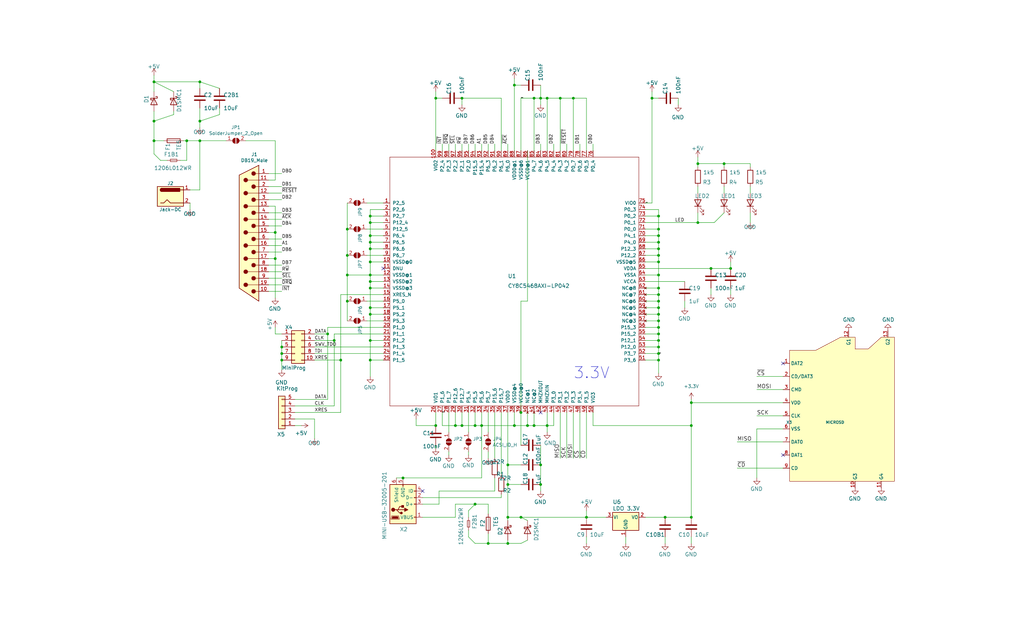
<source format=kicad_sch>
(kicad_sch (version 20211123) (generator eeschema)
  (paper "User" 396.926 239.268)
  (junction (at 255.27 114.3))
  (junction (at 196.85 210.82))
  (junction (at 255.27 129.54))
  (junction (at 179.07 38.1))
  (junction (at 255.27 106.68))
  (junction (at 255.27 111.76))
  (junction (at 196.85 180.34))
  (junction (at 134.62 116.84))
  (junction (at 275.59 104.14))
  (junction (at 143.51 101.6))
  (junction (at 77.47 54.61))
  (junction (at 212.09 165.1))
  (junction (at 143.51 83.82))
  (junction (at 168.91 38.1))
  (junction (at 134.62 88.9))
  (junction (at 143.51 86.36))
  (junction (at 255.27 83.82))
  (junction (at 255.27 139.7))
  (junction (at 255.27 121.92))
  (junction (at 189.23 210.82))
  (junction (at 270.51 63.5))
  (junction (at 201.93 200.66))
  (junction (at 72.39 54.61))
  (junction (at 59.69 46.99))
  (junction (at 109.22 139.7))
  (junction (at 252.73 38.1))
  (junction (at 186.69 165.1))
  (junction (at 143.51 91.44))
  (junction (at 199.39 165.1))
  (junction (at 179.07 165.1))
  (junction (at 209.55 180.34))
  (junction (at 255.27 91.44))
  (junction (at 255.27 124.46))
  (junction (at 184.15 165.1))
  (junction (at 209.55 187.96))
  (junction (at 280.67 63.5))
  (junction (at 283.21 104.14))
  (junction (at 255.27 93.98))
  (junction (at 143.51 121.92))
  (junction (at 212.09 38.1))
  (junction (at 109.22 134.62))
  (junction (at 106.68 90.17))
  (junction (at 132.08 139.7))
  (junction (at 59.69 54.61))
  (junction (at 255.27 99.06))
  (junction (at 156.21 185.42))
  (junction (at 77.47 46.99))
  (junction (at 129.54 132.08))
  (junction (at 209.55 38.1))
  (junction (at 199.39 33.02))
  (junction (at 267.97 165.1))
  (junction (at 127 129.54))
  (junction (at 267.97 200.66))
  (junction (at 143.51 132.08))
  (junction (at 134.62 106.68))
  (junction (at 143.51 139.7))
  (junction (at 255.27 88.9))
  (junction (at 207.01 165.1))
  (junction (at 207.01 38.1))
  (junction (at 222.25 38.1))
  (junction (at 255.27 119.38))
  (junction (at 143.51 111.76))
  (junction (at 255.27 134.62))
  (junction (at 255.27 116.84))
  (junction (at 59.69 31.75))
  (junction (at 143.51 93.98))
  (junction (at 267.97 156.21))
  (junction (at 270.51 86.36))
  (junction (at 134.62 99.06))
  (junction (at 196.85 200.66))
  (junction (at 255.27 137.16))
  (junction (at 106.68 100.33))
  (junction (at 168.91 165.1))
  (junction (at 217.17 38.1))
  (junction (at 227.33 200.66))
  (junction (at 143.51 106.68))
  (junction (at 196.85 187.96))
  (junction (at 204.47 165.1))
  (junction (at 184.15 195.58))
  (junction (at 77.47 31.75))
  (junction (at 176.53 165.1))
  (junction (at 201.93 160.02))
  (junction (at 255.27 96.52))
  (junction (at 255.27 132.08))
  (junction (at 255.27 101.6))
  (junction (at 255.27 127))
  (junction (at 143.51 96.52))
  (junction (at 109.22 137.16))
  (junction (at 143.51 109.22))
  (junction (at 143.51 119.38))
  (junction (at 257.81 200.66))
  (no_connect (at 209.55 160.02))
  (no_connect (at 163.83 190.5))
  (no_connect (at 148.59 104.14))
  (no_connect (at 303.53 140.97))
  (no_connect (at 303.53 176.53))
  (wire (pts (xy 186.69 185.42) (xy 186.69 165.1)))
  (wire (pts (xy 191.77 160.02) (xy 191.77 177.8)))
  (wire (pts (xy 72.39 62.23) (xy 72.39 54.61)))
  (wire (pts (xy 72.39 54.61) (xy 77.47 54.61)))
  (wire (pts (xy 173.99 58.42) (xy 173.99 55.88)))
  (wire (pts (xy 106.68 80.01) (xy 106.68 90.17)))
  (wire (pts (xy 132.08 114.3) (xy 148.59 114.3)))
  (wire (pts (xy 270.51 63.5) (xy 270.51 64.77)))
  (wire (pts (xy 143.51 101.6) (xy 143.51 106.68)))
  (wire (pts (xy 148.59 132.08) (xy 143.51 132.08)))
  (wire (pts (xy 184.15 165.1) (xy 186.69 165.1)))
  (wire (pts (xy 201.93 200.66) (xy 227.33 200.66)))
  (wire (pts (xy 204.47 116.84) (xy 201.93 116.84)))
  (wire (pts (xy 168.91 172.72) (xy 168.91 173.99)))
  (wire (pts (xy 276.86 86.36) (xy 270.51 86.36)))
  (wire (pts (xy 143.51 96.52) (xy 143.51 101.6)))
  (wire (pts (xy 104.14 107.95) (xy 109.22 107.95)))
  (wire (pts (xy 255.27 119.38) (xy 255.27 121.92)))
  (wire (pts (xy 104.14 105.41) (xy 109.22 105.41)))
  (wire (pts (xy 143.51 121.92) (xy 148.59 121.92)))
  (wire (pts (xy 134.62 99.06) (xy 134.62 106.68)))
  (wire (pts (xy 209.55 33.02) (xy 209.55 38.1)))
  (wire (pts (xy 109.22 132.08) (xy 109.22 134.62)))
  (wire (pts (xy 85.09 34.29) (xy 77.47 31.75)))
  (wire (pts (xy 250.19 129.54) (xy 255.27 129.54)))
  (wire (pts (xy 148.59 81.28) (xy 143.51 81.28)))
  (wire (pts (xy 121.92 132.08) (xy 129.54 132.08)))
  (wire (pts (xy 204.47 58.42) (xy 204.47 116.84)))
  (wire (pts (xy 290.83 72.39) (xy 290.83 74.93)))
  (wire (pts (xy 189.23 210.82) (xy 196.85 210.82)))
  (wire (pts (xy 143.51 121.92) (xy 143.51 132.08)))
  (wire (pts (xy 143.51 86.36) (xy 148.59 86.36)))
  (wire (pts (xy 255.27 99.06) (xy 255.27 101.6)))
  (wire (pts (xy 148.59 139.7) (xy 143.51 139.7)))
  (wire (pts (xy 168.91 38.1) (xy 168.91 35.56)))
  (wire (pts (xy 280.67 82.55) (xy 276.86 86.36)))
  (wire (pts (xy 201.93 38.1) (xy 207.01 38.1)))
  (wire (pts (xy 104.14 100.33) (xy 106.68 100.33)))
  (wire (pts (xy 227.33 198.12) (xy 227.33 200.66)))
  (wire (pts (xy 255.27 81.28) (xy 255.27 83.82)))
  (wire (pts (xy 270.51 63.5) (xy 280.67 63.5)))
  (wire (pts (xy 212.09 38.1) (xy 212.09 58.42)))
  (wire (pts (xy 255.27 119.38) (xy 250.19 119.38)))
  (wire (pts (xy 179.07 58.42) (xy 179.07 55.88)))
  (wire (pts (xy 199.39 33.02) (xy 199.39 30.48)))
  (wire (pts (xy 59.69 54.61) (xy 59.69 46.99)))
  (wire (pts (xy 196.85 187.96) (xy 201.93 187.96)))
  (wire (pts (xy 104.14 113.03) (xy 109.22 113.03)))
  (wire (pts (xy 255.27 83.82) (xy 255.27 88.9)))
  (wire (pts (xy 186.69 58.42) (xy 186.69 55.88)))
  (wire (pts (xy 186.69 160.02) (xy 186.69 165.1)))
  (wire (pts (xy 196.85 210.82) (xy 196.85 209.55)))
  (wire (pts (xy 255.27 91.44) (xy 255.27 93.98)))
  (wire (pts (xy 219.71 58.42) (xy 219.71 55.88)))
  (wire (pts (xy 267.97 156.21) (xy 303.53 156.21)))
  (wire (pts (xy 142.24 124.46) (xy 148.59 124.46)))
  (wire (pts (xy 153.67 185.42) (xy 156.21 185.42)))
  (wire (pts (xy 214.63 165.1) (xy 212.09 165.1)))
  (wire (pts (xy 209.55 38.1) (xy 209.55 40.64)))
  (wire (pts (xy 143.51 119.38) (xy 143.51 121.92)))
  (wire (pts (xy 143.51 86.36) (xy 143.51 91.44)))
  (wire (pts (xy 250.19 111.76) (xy 255.27 111.76)))
  (wire (pts (xy 142.24 99.06) (xy 148.59 99.06)))
  (wire (pts (xy 283.21 104.14) (xy 283.21 101.6)))
  (wire (pts (xy 59.69 43.18) (xy 59.69 46.99)))
  (wire (pts (xy 179.07 38.1) (xy 179.07 40.64)))
  (wire (pts (xy 176.53 58.42) (xy 176.53 55.88)))
  (wire (pts (xy 250.19 91.44) (xy 255.27 91.44)))
  (wire (pts (xy 168.91 38.1) (xy 168.91 58.42)))
  (wire (pts (xy 181.61 58.42) (xy 181.61 55.88)))
  (wire (pts (xy 214.63 58.42) (xy 214.63 55.88)))
  (wire (pts (xy 204.47 165.1) (xy 204.47 160.02)))
  (wire (pts (xy 176.53 195.58) (xy 184.15 195.58)))
  (wire (pts (xy 170.18 190.5) (xy 191.77 190.5)))
  (wire (pts (xy 104.14 82.55) (xy 109.22 82.55)))
  (wire (pts (xy 252.73 78.74) (xy 252.73 38.1)))
  (wire (pts (xy 189.23 175.26) (xy 189.23 177.8)))
  (wire (pts (xy 161.29 165.1) (xy 168.91 165.1)))
  (wire (pts (xy 106.68 129.54) (xy 109.22 129.54)))
  (wire (pts (xy 148.59 83.82) (xy 143.51 83.82)))
  (wire (pts (xy 121.92 129.54) (xy 127 129.54)))
  (wire (pts (xy 143.51 106.68) (xy 148.59 106.68)))
  (wire (pts (xy 303.53 161.29) (xy 293.37 161.29)))
  (wire (pts (xy 143.51 93.98) (xy 148.59 93.98)))
  (wire (pts (xy 143.51 83.82) (xy 143.51 86.36)))
  (wire (pts (xy 196.85 200.66) (xy 196.85 201.93)))
  (wire (pts (xy 242.57 208.28) (xy 242.57 210.82)))
  (wire (pts (xy 121.92 134.62) (xy 148.59 134.62)))
  (wire (pts (xy 129.54 132.08) (xy 129.54 129.54)))
  (wire (pts (xy 104.14 97.79) (xy 109.22 97.79)))
  (wire (pts (xy 250.19 93.98) (xy 255.27 93.98)))
  (wire (pts (xy 104.14 85.09) (xy 109.22 85.09)))
  (wire (pts (xy 255.27 114.3) (xy 250.19 114.3)))
  (wire (pts (xy 62.23 62.23) (xy 59.69 59.69)))
  (wire (pts (xy 176.53 165.1) (xy 179.07 165.1)))
  (wire (pts (xy 255.27 88.9) (xy 255.27 91.44)))
  (wire (pts (xy 290.83 63.5) (xy 290.83 64.77)))
  (wire (pts (xy 250.19 104.14) (xy 275.59 104.14)))
  (wire (pts (xy 184.15 160.02) (xy 184.15 165.1)))
  (wire (pts (xy 170.18 195.58) (xy 163.83 195.58)))
  (wire (pts (xy 181.61 205.74) (xy 181.61 208.28)))
  (wire (pts (xy 227.33 208.28) (xy 227.33 210.82)))
  (wire (pts (xy 270.51 63.5) (xy 270.51 60.96)))
  (wire (pts (xy 142.24 116.84) (xy 148.59 116.84)))
  (wire (pts (xy 143.51 93.98) (xy 143.51 96.52)))
  (wire (pts (xy 217.17 160.02) (xy 217.17 177.8)))
  (wire (pts (xy 59.69 31.75) (xy 59.69 35.56)))
  (wire (pts (xy 255.27 96.52) (xy 255.27 99.06)))
  (wire (pts (xy 85.09 41.91) (xy 85.09 44.45)))
  (wire (pts (xy 250.19 127) (xy 255.27 127)))
  (wire (pts (xy 283.21 111.76) (xy 283.21 114.3)))
  (wire (pts (xy 104.14 67.31) (xy 109.22 67.31)))
  (wire (pts (xy 134.62 88.9) (xy 134.62 99.06)))
  (wire (pts (xy 201.93 38.1) (xy 201.93 58.42)))
  (wire (pts (xy 59.69 59.69) (xy 59.69 54.61)))
  (wire (pts (xy 104.14 87.63) (xy 109.22 87.63)))
  (wire (pts (xy 181.61 198.12) (xy 184.15 195.58)))
  (wire (pts (xy 270.51 72.39) (xy 270.51 74.93)))
  (wire (pts (xy 250.19 88.9) (xy 255.27 88.9)))
  (wire (pts (xy 189.23 167.64) (xy 189.23 160.02)))
  (wire (pts (xy 255.27 132.08) (xy 255.27 134.62)))
  (wire (pts (xy 143.51 119.38) (xy 148.59 119.38)))
  (wire (pts (xy 262.89 38.1) (xy 262.89 40.64)))
  (wire (pts (xy 209.55 187.96) (xy 209.55 190.5)))
  (wire (pts (xy 132.08 139.7) (xy 121.92 139.7)))
  (wire (pts (xy 171.45 160.02) (xy 171.45 165.1)))
  (wire (pts (xy 255.27 93.98) (xy 255.27 96.52)))
  (wire (pts (xy 255.27 121.92) (xy 255.27 124.46)))
  (wire (pts (xy 148.59 109.22) (xy 143.51 109.22)))
  (wire (pts (xy 267.97 208.28) (xy 267.97 210.82)))
  (wire (pts (xy 250.19 200.66) (xy 257.81 200.66)))
  (wire (pts (xy 196.85 58.42) (xy 196.85 55.88)))
  (wire (pts (xy 250.19 81.28) (xy 255.27 81.28)))
  (wire (pts (xy 191.77 58.42) (xy 191.77 55.88)))
  (wire (pts (xy 255.27 121.92) (xy 250.19 121.92)))
  (wire (pts (xy 104.14 72.39) (xy 109.22 72.39)))
  (wire (pts (xy 163.83 193.04) (xy 194.31 193.04)))
  (wire (pts (xy 201.93 116.84) (xy 201.93 160.02)))
  (wire (pts (xy 184.15 210.82) (xy 189.23 210.82)))
  (wire (pts (xy 303.53 146.05) (xy 293.37 146.05)))
  (wire (pts (xy 143.51 91.44) (xy 148.59 91.44)))
  (wire (pts (xy 207.01 38.1) (xy 207.01 58.42)))
  (wire (pts (xy 209.55 58.42) (xy 209.55 55.88)))
  (wire (pts (xy 293.37 166.37) (xy 303.53 166.37)))
  (wire (pts (xy 104.14 95.25) (xy 109.22 95.25)))
  (wire (pts (xy 196.85 210.82) (xy 201.93 210.82)))
  (wire (pts (xy 255.27 106.68) (xy 255.27 111.76)))
  (wire (pts (xy 285.75 181.61) (xy 303.53 181.61)))
  (wire (pts (xy 199.39 33.02) (xy 201.93 33.02)))
  (wire (pts (xy 209.55 172.72) (xy 209.55 180.34)))
  (wire (pts (xy 285.75 171.45) (xy 303.53 171.45)))
  (wire (pts (xy 227.33 160.02) (xy 227.33 177.8)))
  (wire (pts (xy 194.31 38.1) (xy 179.07 38.1)))
  (wire (pts (xy 224.79 160.02) (xy 224.79 177.8)))
  (wire (pts (xy 222.25 38.1) (xy 217.17 38.1)))
  (wire (pts (xy 62.23 62.23) (xy 64.77 62.23)))
  (wire (pts (xy 71.12 54.61) (xy 72.39 54.61)))
  (wire (pts (xy 186.69 165.1) (xy 199.39 165.1)))
  (wire (pts (xy 104.14 80.01) (xy 106.68 80.01)))
  (wire (pts (xy 132.08 114.3) (xy 132.08 139.7)))
  (wire (pts (xy 207.01 160.02) (xy 207.01 165.1)))
  (wire (pts (xy 171.45 58.42) (xy 171.45 55.88)))
  (wire (pts (xy 255.27 139.7) (xy 255.27 137.16)))
  (wire (pts (xy 181.61 167.64) (xy 181.61 160.02)))
  (wire (pts (xy 255.27 134.62) (xy 255.27 137.16)))
  (wire (pts (xy 176.53 160.02) (xy 176.53 165.1)))
  (wire (pts (xy 255.27 111.76) (xy 255.27 114.3)))
  (wire (pts (xy 255.27 124.46) (xy 255.27 127)))
  (wire (pts (xy 77.47 73.66) (xy 77.47 54.61)))
  (wire (pts (xy 267.97 165.1) (xy 267.97 200.66)))
  (wire (pts (xy 201.93 210.82) (xy 204.47 209.55)))
  (wire (pts (xy 114.3 154.94) (xy 127 154.94)))
  (wire (pts (xy 270.51 82.55) (xy 270.51 86.36)))
  (wire (pts (xy 191.77 185.42) (xy 191.77 190.5)))
  (wire (pts (xy 229.87 165.1) (xy 267.97 165.1)))
  (wire (pts (xy 127 129.54) (xy 127 127)))
  (wire (pts (xy 156.21 185.42) (xy 186.69 185.42)))
  (wire (pts (xy 69.85 62.23) (xy 72.39 62.23)))
  (wire (pts (xy 77.47 46.99) (xy 77.47 49.53)))
  (wire (pts (xy 77.47 41.91) (xy 77.47 46.99)))
  (wire (pts (xy 280.67 72.39) (xy 280.67 74.93)))
  (wire (pts (xy 73.66 78.74) (xy 73.66 81.28)))
  (wire (pts (xy 217.17 38.1) (xy 217.17 58.42)))
  (wire (pts (xy 222.25 160.02) (xy 222.25 177.8)))
  (wire (pts (xy 143.51 109.22) (xy 143.51 111.76)))
  (wire (pts (xy 201.93 180.34) (xy 196.85 180.34)))
  (wire (pts (xy 250.19 78.74) (xy 252.73 78.74)))
  (wire (pts (xy 106.68 90.17) (xy 106.68 100.33)))
  (wire (pts (xy 199.39 58.42) (xy 199.39 33.02)))
  (wire (pts (xy 129.54 157.48) (xy 129.54 132.08)))
  (wire (pts (xy 106.68 54.61) (xy 95.25 54.61)))
  (wire (pts (xy 267.97 154.94) (xy 267.97 156.21)))
  (wire (pts (xy 201.93 172.72) (xy 201.93 160.02)))
  (wire (pts (xy 189.23 58.42) (xy 189.23 55.88)))
  (wire (pts (xy 189.23 207.01) (xy 189.23 210.82)))
  (wire (pts (xy 104.14 92.71) (xy 109.22 92.71)))
  (wire (pts (xy 179.07 160.02) (xy 179.07 165.1)))
  (wire (pts (xy 252.73 38.1) (xy 252.73 35.56)))
  (wire (pts (xy 250.19 99.06) (xy 255.27 99.06)))
  (wire (pts (xy 104.14 77.47) (xy 109.22 77.47)))
  (wire (pts (xy 280.67 63.5) (xy 280.67 64.77)))
  (wire (pts (xy 293.37 166.37) (xy 293.37 185.42)))
  (wire (pts (xy 143.51 111.76) (xy 143.51 119.38)))
  (wire (pts (xy 176.53 200.66) (xy 163.83 200.66)))
  (wire (pts (xy 143.51 132.08) (xy 143.51 139.7)))
  (wire (pts (xy 134.62 116.84) (xy 134.62 106.68)))
  (wire (pts (xy 207.01 38.1) (xy 209.55 38.1)))
  (wire (pts (xy 142.24 78.74) (xy 148.59 78.74)))
  (wire (pts (xy 109.22 137.16) (xy 109.22 139.7)))
  (wire (pts (xy 148.59 101.6) (xy 143.51 101.6)))
  (wire (pts (xy 250.19 139.7) (xy 255.27 139.7)))
  (wire (pts (xy 67.31 35.56) (xy 59.69 31.75)))
  (wire (pts (xy 67.31 44.45) (xy 59.69 46.99)))
  (wire (pts (xy 267.97 156.21) (xy 267.97 165.1)))
  (wire (pts (xy 222.25 38.1) (xy 222.25 58.42)))
  (wire (pts (xy 196.85 200.66) (xy 196.85 187.96)))
  (wire (pts (xy 217.17 38.1) (xy 212.09 38.1)))
  (wire (pts (xy 114.3 157.48) (xy 129.54 157.48)))
  (wire (pts (xy 234.95 200.66) (xy 227.33 200.66)))
  (wire (pts (xy 250.19 134.62) (xy 255.27 134.62)))
  (wire (pts (xy 199.39 160.02) (xy 199.39 165.1)))
  (wire (pts (xy 143.51 91.44) (xy 143.51 93.98)))
  (wire (pts (xy 255.27 124.46) (xy 250.19 124.46)))
  (wire (pts (xy 77.47 34.29) (xy 77.47 31.75)))
  (wire (pts (xy 143.51 111.76) (xy 148.59 111.76)))
  (wire (pts (xy 194.31 38.1) (xy 194.31 58.42)))
  (wire (pts (xy 114.3 160.02) (xy 132.08 160.02)))
  (wire (pts (xy 104.14 69.85) (xy 106.68 69.85)))
  (wire (pts (xy 255.27 101.6) (xy 255.27 106.68)))
  (wire (pts (xy 67.31 43.18) (xy 67.31 44.45)))
  (wire (pts (xy 142.24 88.9) (xy 148.59 88.9)))
  (wire (pts (xy 265.43 109.22) (xy 250.19 109.22)))
  (wire (pts (xy 209.55 180.34) (xy 209.55 187.96)))
  (wire (pts (xy 257.81 208.28) (xy 257.81 210.82)))
  (wire (pts (xy 184.15 195.58) (xy 189.23 195.58)))
  (wire (pts (xy 207.01 165.1) (xy 212.09 165.1)))
  (wire (pts (xy 143.51 96.52) (xy 148.59 96.52)))
  (wire (pts (xy 212.09 165.1) (xy 212.09 160.02)))
  (wire (pts (xy 219.71 160.02) (xy 219.71 177.8)))
  (wire (pts (xy 201.93 200.66) (xy 196.85 200.66)))
  (wire (pts (xy 290.83 82.55) (xy 290.83 86.36)))
  (wire (pts (xy 201.93 200.66) (xy 204.47 201.93)))
  (wire (pts (xy 73.66 73.66) (xy 77.47 73.66)))
  (wire (pts (xy 59.69 29.21) (xy 59.69 31.75)))
  (wire (pts (xy 250.19 106.68) (xy 255.27 106.68)))
  (wire (pts (xy 184.15 58.42) (xy 184.15 55.88)))
  (wire (pts (xy 143.51 81.28) (xy 143.51 83.82)))
  (wire (pts (xy 229.87 58.42) (xy 229.87 55.88)))
  (wire (pts (xy 104.14 110.49) (xy 109.22 110.49)))
  (wire (pts (xy 179.07 165.1) (xy 184.15 165.1)))
  (wire (pts (xy 212.09 165.1) (xy 212.09 167.64)))
  (wire (pts (xy 116.84 165.1) (xy 114.3 165.1)))
  (wire (pts (xy 129.54 129.54) (xy 148.59 129.54)))
  (wire (pts (xy 77.47 31.75) (xy 59.69 31.75)))
  (wire (pts (xy 77.47 54.61) (xy 87.63 54.61)))
  (wire (pts (xy 59.69 54.61) (xy 63.5 54.61)))
  (wire (pts (xy 196.85 160.02) (xy 196.85 180.34)))
  (wire (pts (xy 214.63 160.02) (xy 214.63 165.1)))
  (wire (pts (xy 176.53 195.58) (xy 176.53 200.66)))
  (wire (pts (xy 106.68 127) (xy 106.68 129.54)))
  (wire (pts (xy 171.45 165.1) (xy 176.53 165.1)))
  (wire (pts (xy 114.3 162.56) (xy 121.92 162.56)))
  (wire (pts (xy 134.62 124.46) (xy 134.62 116.84)))
  (wire (pts (xy 85.09 44.45) (xy 77.47 46.99)))
  (wire (pts (xy 161.29 162.56) (xy 161.29 165.1)))
  (wire (pts (xy 250.19 86.36) (xy 270.51 86.36)))
  (wire (pts (xy 250.19 96.52) (xy 255.27 96.52)))
  (wire (pts (xy 134.62 106.68) (xy 143.51 106.68)))
  (wire (pts (xy 229.87 160.02) (xy 229.87 165.1)))
  (wire (pts (xy 250.19 83.82) (xy 255.27 83.82)))
  (wire (pts (xy 132.08 160.02) (xy 132.08 139.7)))
  (wire (pts (xy 227.33 38.1) (xy 222.25 38.1)))
  (wire (pts (xy 252.73 38.1) (xy 255.27 38.1)))
  (wire (pts (xy 143.51 106.68) (xy 143.51 109.22)))
  (wire (pts (xy 170.18 190.5) (xy 170.18 195.58)))
  (wire (pts (xy 106.68 69.85) (xy 106.68 54.61)))
  (wire (pts (xy 143.51 139.7) (xy 143.51 146.05)))
  (wire (pts (xy 255.27 137.16) (xy 250.19 137.16)))
  (wire (pts (xy 275.59 104.14) (xy 283.21 104.14)))
  (wire (pts (xy 224.79 58.42) (xy 224.79 55.88)))
  (wire (pts (xy 181.61 175.26) (xy 181.61 176.53)))
  (wire (pts (xy 255.27 116.84) (xy 250.19 116.84)))
  (wire (pts (xy 104.14 90.17) (xy 106.68 90.17)))
  (wire (pts (xy 109.22 139.7) (xy 109.22 143.51)))
  (wire (pts (xy 181.61 198.12) (xy 181.61 200.66)))
  (wire (pts (xy 121.92 137.16) (xy 148.59 137.16)))
  (wire (pts (xy 168.91 165.1) (xy 168.91 160.02)))
  (wire (pts (xy 104.14 74.93) (xy 109.22 74.93)))
  (wire (pts (xy 173.99 175.26) (xy 173.99 176.53)))
  (wire (pts (xy 280.67 63.5) (xy 290.83 63.5)))
  (wire (pts (xy 199.39 165.1) (xy 204.47 165.1)))
  (wire (pts (xy 194.31 160.02) (xy 194.31 184.15)))
  (wire (pts (xy 255.27 127) (xy 255.27 129.54)))
  (wire (pts (xy 255.27 114.3) (xy 255.27 116.84)))
  (wire (pts (xy 127 127) (xy 148.59 127)))
  (wire (pts (xy 265.43 116.84) (xy 265.43 119.38)))
  (wire (pts (xy 109.22 134.62) (xy 109.22 137.16)))
  (wire (pts (xy 194.31 191.77) (xy 194.31 193.04)))
  (wire (pts (xy 275.59 111.76) (xy 275.59 114.3)))
  (wire (pts (xy 204.47 165.1) (xy 207.01 165.1)))
  (wire (pts (xy 257.81 200.66) (xy 267.97 200.66)))
  (wire (pts (xy 173.99 167.64) (xy 173.99 160.02)))
  (wire (pts (xy 250.19 132.08) (xy 255.27 132.08)))
  (wire (pts (xy 255.27 116.84) (xy 255.27 119.38)))
  (wire (pts (xy 255.27 101.6) (xy 250.19 101.6)))
  (wire (pts (xy 104.14 102.87) (xy 109.22 102.87)))
  (wire (pts (xy 303.53 151.13) (xy 293.37 151.13)))
  (wire (pts (xy 171.45 38.1) (xy 168.91 38.1)))
  (wire (pts (xy 255.27 139.7) (xy 255.27 144.78)))
  (wire (pts (xy 227.33 38.1) (xy 227.33 58.42)))
  (wire (pts (xy 189.23 195.58) (xy 189.23 199.39)))
  (wire (pts (xy 212.09 38.1) (xy 209.55 38.1)))
  (wire (pts (xy 196.85 180.34) (xy 196.85 187.96)))
  (wire (pts (xy 181.61 208.28) (xy 184.15 210.82)))
  (wire (pts (xy 106.68 100.33) (xy 106.68 115.57)))
  (wire (pts (xy 255.27 129.54) (xy 255.27 132.08)))
  (wire (pts (xy 127 154.94) (xy 127 129.54)))
  (wire (pts (xy 121.92 162.56) (xy 121.92 170.18)))
  (wire (pts (xy 134.62 78.74) (xy 134.62 88.9)))
  (text "3.3V" (at 222.25 147.32 0) (effects (font (size 4.318 4.318)) (justify left bottom)))
  (label "~{CS}" (at 293.37 146.05 0) (effects (font (size 1.4986 1.4986))))
  (label "DB2" (at 109.22 77.47 0))
  (label "DB7" (at 181.61 55.88 90))
  (label "DB1" (at 224.79 55.88 90))
  (label "TDI" (at 121.92 137.16 0))
  (label "DB5" (at 109.22 92.71 0))
  (label "MOSI" (at 293.37 151.13 0) (effects (font (size 1.4986 1.4986))))
  (label "MOSI" (at 222.25 177.8 90) (effects (font (size 1.4986 1.4986))))
  (label "MISO" (at 285.75 171.45 0) (effects (font (size 1.4986 1.4986))))
  (label "~{ACK}" (at 109.22 85.09 0))
  (label "SCK" (at 293.37 161.29 0) (effects (font (size 1.4986 1.4986))))
  (label "DB4" (at 191.77 55.88 90))
  (label "DATA" (at 121.92 154.94 0))
  (label "R~{W}" (at 179.07 55.88 90))
  (label "~{INT}" (at 109.22 113.03 0))
  (label "DB3" (at 109.22 82.55 0))
  (label "DB2" (at 214.63 55.88 90))
  (label "~{SEL}" (at 109.22 107.95 0))
  (label "DB6" (at 109.22 97.79 0))
  (label "CLK" (at 121.92 157.48 0))
  (label "GND" (at 171.45 160.02 0) (effects (font (size 0.254 0.254))))
  (label "DB6" (at 184.15 55.88 90))
  (label "XRES" (at 121.92 139.7 0))
  (label "SWV_TDO" (at 121.92 134.62 0))
  (label "DB7" (at 109.22 102.87 0))
  (label "GND" (at 255.27 137.16 0) (effects (font (size 0.254 0.254))))
  (label "R~{W}" (at 109.22 105.41 0))
  (label "DB0" (at 229.87 55.88 90))
  (label "DB4" (at 109.22 87.63 0))
  (label "~{RESET}" (at 109.22 74.93 0))
  (label "~{SEL}" (at 176.53 55.88 90))
  (label "DB5" (at 189.23 55.88 90))
  (label "+5V" (at 250.19 78.74 0) (effects (font (size 0.254 0.254))))
  (label "LED" (at 261.62 86.36 0))
  (label "CLK" (at 121.92 132.08 0))
  (label "~{RESET}" (at 219.71 55.88 90))
  (label "~{DRQ}" (at 173.99 55.88 90))
  (label "GND" (at 201.93 38.1 0) (effects (font (size 0.254 0.254))))
  (label "MISO" (at 217.17 177.8 90) (effects (font (size 1.4986 1.4986))))
  (label "~{INT}" (at 171.45 55.88 90))
  (label "A1" (at 109.22 95.25 0))
  (label "XRES" (at 121.92 160.02 0))
  (label "DB0" (at 109.22 67.31 0))
  (label "~{DRQ}" (at 109.22 110.49 0))
  (label "DB3" (at 209.55 55.88 90))
  (label "~{CD}" (at 285.75 181.61 0) (effects (font (size 1.4986 1.4986))))
  (label "~{CS}" (at 224.79 177.8 90) (effects (font (size 1.4986 1.4986))))
  (label "~{CD}" (at 227.33 177.8 90) (effects (font (size 1.4986 1.4986))))
  (label "SCK" (at 219.71 177.8 90) (effects (font (size 1.4986 1.4986))))
  (label "~{ACK}" (at 196.85 55.88 90))
  (label "DB1" (at 109.22 72.39 0))
  (label "A1" (at 186.69 55.88 90))
  (label "DATA" (at 121.92 129.54 0))
  (symbol (lib_id "Connector:USB_B_Mini") (at 156.21 195.58 0) (mirror x) (unit 1)
    (property "Reference" "X2" (at 154.94 204.47 0) (effects (font (size 1.4986 1.4986)) (justify left bottom)))
    (property "Value" "MINI-USB-32005-201" (at 149.86 182.88 90) (effects (font (size 1.4986 1.4986)) (justify left bottom)))
    (property "Footprint" "Connector_USB:USB_Mini-B_Wuerth_65100516121_Horizontal" (effects hide))
  )
  (symbol (lib_id "Device:D_Schottky") (at 59.69 39.37 270) (unit 1)
    (property "Reference" "D1" (at 55.88 36.83 0) (effects (font (size 1.4986 1.4986)) (justify left bottom)))
    (property "Value" "SCHOTTKY-DIODEDO214AC" (effects hide))
    (property "Footprint" "Diode_SMD:D_SMA_Handsoldering" (effects hide))
  )
  (symbol (lib_id "Device:C") (at 275.59 107.95 0) (unit 1)
    (property "Reference" "C13" (at 277.114 107.569 0) (effects (font (size 1.4986 1.4986)) (justify left bottom)))
    (property "Value" "100nF" (at 277.114 112.649 0) (effects (font (size 1.4986 1.4986)) (justify left bottom)))
    (property "Footprint" "Capacitor_SMD:C_0805_2012Metric_Pad1.18x1.45mm_HandSolder" (effects hide))
  )
  (symbol (lib_id "Device:R") (at 194.31 187.96 180) (unit 1)
    (property "Reference" "R2" (at 198.12 189.4586 0) (effects (font (size 1.4986 1.4986)) (justify left bottom)))
    (property "Value" "22R" (at 198.12 184.658 0) (effects (font (size 1.4986 1.4986)) (justify left bottom)))
    (property "Footprint" "Resistor_SMD:R_0805_2012Metric_Pad1.20x1.40mm_HandSolder" (effects hide))
  )
  (symbol (lib_id "Device:C") (at 259.08 38.1 90) (unit 1)
    (property "Reference" "C14" (at 258.699 36.576 0) (effects (font (size 1.4986 1.4986)) (justify left bottom)))
    (property "Value" "100nF" (at 263.779 36.576 0) (effects (font (size 1.4986 1.4986)) (justify left bottom)))
    (property "Footprint" "Capacitor_SMD:C_0805_2012Metric_Pad1.18x1.45mm_HandSolder" (effects hide))
  )
  (symbol (lib_id "Device:C") (at 205.74 187.96 90) (unit 1)
    (property "Reference" "C18" (at 204.47 187.96 0) (effects (font (size 1.4986 1.4986)) (justify left bottom)))
    (property "Value" "1uF" (at 209.55 187.96 0) (effects (font (size 1.4986 1.4986)) (justify left bottom)))
    (property "Footprint" "Capacitor_SMD:C_0805_2012Metric_Pad1.18x1.45mm_HandSolder" (effects hide))
  )
  (symbol (lib_id "Device:C") (at 85.09 38.1 0) (unit 1)
    (property "Reference" "C2B1" (at 86.614 37.719 0) (effects (font (size 1.4986 1.4986)) (justify left bottom)))
    (property "Value" "10uF" (at 86.614 42.799 0) (effects (font (size 1.4986 1.4986)) (justify left bottom)))
    (property "Footprint" "Capacitor_SMD:C_1206_3216Metric_Pad1.33x1.80mm_HandSolder" (effects hide))
  )
  (symbol (lib_id "Device:D_Schottky") (at 67.31 39.37 270) (unit 1)
    (property "Reference" "D1SMC1" (at 68.58 34.29 0) (effects (font (size 1.4986 1.4986)) (justify left bottom)))
    (property "Value" "SCHOTTKY-DIODESMC" (effects hide))
    (property "Footprint" "Diode_SMD:D_SMC_Handsoldering" (effects hide))
  )
  (symbol (lib_id "power:+5V") (at 252.73 35.56 0) (unit 1)
    (property "Reference" "#P+07" (effects hide))
    (property "Value" "+5V" (at 250.19 33.02 0) (effects (font (size 1.4986 1.4986)) (justify left bottom)))
  )
  (symbol (lib_id "power:GND") (at 109.22 143.51 0) (unit 1)
    (property "Reference" "#GND012" (effects hide))
    (property "Value" "GND" (at 106.68 149.225 0) (effects (font (size 1.4986 1.4986)) (justify left bottom)))
  )
  (symbol (lib_id "Device:C") (at 168.91 168.91 0) (unit 1)
    (property "Reference" "C11" (at 163.83 168.91 0) (effects (font (size 1.4986 1.4986)) (justify left bottom)))
    (property "Value" "100nF" (at 163.83 173.99 0) (effects (font (size 1.4986 1.4986)) (justify left bottom)))
    (property "Footprint" "Capacitor_SMD:C_0805_2012Metric_Pad1.18x1.45mm_HandSolder" (effects hide))
  )
  (symbol (lib_id "power:+5V") (at 116.84 165.1 270) (unit 1)
    (property "Reference" "#P+012" (effects hide))
    (property "Value" "+5V" (at 114.3 168.91 90) (effects (font (size 1.4986 1.4986)) (justify left bottom)))
  )
  (symbol (lib_id "Device:C") (at 257.81 204.47 0) (unit 1)
    (property "Reference" "C10B1" (at 250.19 208.28 0) (effects (font (size 1.4986 1.4986)) (justify left bottom)))
    (property "Value" "10uF" (effects hide))
    (property "Footprint" "Capacitor_SMD:C_1206_3216Metric_Pad1.33x1.80mm_HandSolder" (effects hide))
  )
  (symbol (lib_id "Device:D_Schottky") (at 196.85 205.74 270) (unit 1)
    (property "Reference" "D2" (at 193.04 204.47 0) (effects (font (size 1.4986 1.4986)) (justify left bottom)))
    (property "Value" "SCHOTTKY-DIODEDO214AC" (effects hide))
    (property "Footprint" "Diode_SMD:D_SMA_Handsoldering" (effects hide))
  )
  (symbol (lib_id "power:GND") (at 168.91 173.99 0) (unit 1)
    (property "Reference" "#GND05" (effects hide))
    (property "Value" "GND" (at 166.37 179.07 0) (effects (font (size 1.4986 1.4986)) (justify left bottom)))
  )
  (symbol (lib_id "Device:C") (at 265.43 113.03 0) (unit 1)
    (property "Reference" "C19" (at 266.954 112.649 0) (effects (font (size 1.4986 1.4986)) (justify left bottom)))
    (property "Value" "1uF" (at 266.954 117.729 0) (effects (font (size 1.4986 1.4986)) (justify left bottom)))
    (property "Footprint" "Capacitor_SMD:C_0805_2012Metric_Pad1.18x1.45mm_HandSolder" (effects hide))
  )
  (symbol (lib_id "power:GND") (at 209.55 40.64 0) (unit 1)
    (property "Reference" "#GND014" (effects hide))
    (property "Value" "GND" (at 207.01 45.72 0) (effects (font (size 1.4986 1.4986)) (justify left bottom)))
  )
  (symbol (lib_id "power:+5V") (at 227.33 198.12 0) (unit 1)
    (property "Reference" "#P+03" (effects hide))
    (property "Value" "+5V" (at 224.79 195.58 0) (effects (font (size 1.4986 1.4986)) (justify left bottom)))
  )
  (symbol (lib_id "power:GND") (at 255.27 144.78 0) (unit 1)
    (property "Reference" "#GND041" (effects hide))
    (property "Value" "GND" (at 252.73 149.86 0) (effects (font (size 1.4986 1.4986)) (justify left bottom)))
  )
  (symbol (lib_id "power:GND") (at 121.92 170.18 0) (unit 1)
    (property "Reference" "#GND040" (effects hide))
    (property "Value" "GND" (at 119.38 172.72 0) (effects (font (size 1.4986 1.4986)) (justify left bottom)))
  )
  (symbol (lib_id "Connector:Jack-DC") (at 66.04 76.2 0) (unit 1)
    (property "Reference" "J2" (at 66.04 71.12 0))
    (property "Value" "Jack-DC" (at 66.04 81.28 0))
    (property "Footprint" "Connector_BarrelJack:BarrelJack_Horizontal" (effects hide))
  )
  (symbol (lib_id "power:GND") (at 73.66 81.28 0) (unit 1)
    (property "Reference" "#GND0106" (effects hide))
    (property "Value" "GND" (at 71.12 83.82 0) (effects (font (size 1.4986 1.4986)) (justify left bottom)))
  )
  (symbol (lib_id "Jumper:SolderJumper_2_Open") (at 91.44 54.61 0) (unit 1)
    (property "Reference" "JP1" (at 91.44 49.403 0))
    (property "Value" "SolderJumper_2_Open" (at 91.44 51.7144 0))
    (property "Footprint" "Jumper:SolderJumper-2_P1.3mm_Open_Pad1.0x1.5mm" (effects hide))
  )
  (symbol (lib_id "Device:LED") (at 290.83 78.74 90) (unit 1)
    (property "Reference" "LED3" (at 295.402 75.184 90) (effects (font (size 1.4986 1.4986)) (justify left bottom)))
    (property "Value" "Power" (effects hide))
    (property "Footprint" "LED_SMD:LED_0805_2012Metric_Pad1.15x1.40mm_HandSolder" (effects hide))
  )
  (symbol (lib_id "Device:R") (at 290.83 68.58 180) (unit 1)
    (property "Reference" "R5" (at 295.91 69.85 0) (effects (font (size 1.4986 1.4986)) (justify left bottom)))
    (property "Value" "1k5" (at 297.18 66.04 0) (effects (font (size 1.4986 1.4986)) (justify left bottom)))
    (property "Footprint" "Resistor_SMD:R_0805_2012Metric_Pad1.20x1.40mm_HandSolder" (effects hide))
  )
  (symbol (lib_id "Device:LED") (at 270.51 78.74 90) (unit 1)
    (property "Reference" "LED2" (at 275.082 75.184 90) (effects (font (size 1.4986 1.4986)) (justify left bottom)))
    (property "Value" "SD active" (effects hide))
    (property "Footprint" "LED_SMD:LED_0805_2012Metric_Pad1.15x1.40mm_HandSolder" (effects hide))
  )
  (symbol (lib_id "power:GND") (at 290.83 86.36 0) (unit 1)
    (property "Reference" "#GND0107" (effects hide))
    (property "Value" "GND" (at 288.29 88.9 0) (effects (font (size 1.4986 1.4986)) (justify left bottom)))
  )
  (symbol (lib_id "DCDAtari:DB19_Male") (at 96.52 90.17 180) (unit 1)
    (property "Reference" "J1" (at 98.6028 59.8932 0))
    (property "Value" "DB19_Male" (at 98.6028 62.2046 0))
    (property "Footprint" "DCDAtari:DSUB-19_Male_Vertical_MountingHoles" (effects hide))
  )
  (symbol (lib_id "Device:LED") (at 280.67 78.74 90) (unit 1)
    (property "Reference" "LED1" (at 285.242 75.184 90) (effects (font (size 1.4986 1.4986)) (justify left bottom)))
    (property "Value" "LEDCHIPLED_0805" (effects hide))
    (property "Footprint" "LED_SMD:LED_0805_2012Metric_Pad1.15x1.40mm_HandSolder" (effects hide))
  )
  (symbol (lib_id "Device:R") (at 280.67 68.58 180) (unit 1)
    (property "Reference" "R4" (at 285.75 69.85 0) (effects (font (size 1.4986 1.4986)) (justify left bottom)))
    (property "Value" "1k5" (at 287.02 66.04 0) (effects (font (size 1.4986 1.4986)) (justify left bottom)))
    (property "Footprint" "Resistor_SMD:R_0805_2012Metric_Pad1.20x1.40mm_HandSolder" (effects hide))
  )
  (symbol (lib_id "power:GND") (at 77.47 49.53 0) (unit 1)
    (property "Reference" "#GND0101" (effects hide))
    (property "Value" "GND" (at 74.93 52.07 0) (effects (font (size 1.4986 1.4986)) (justify left bottom)))
  )
  (symbol (lib_id "power:GND") (at 106.68 115.57 0) (unit 1)
    (property "Reference" "#GND0102" (effects hide))
    (property "Value" "GND" (at 104.14 120.65 0) (effects (font (size 1.4986 1.4986)) (justify left bottom)))
  )
  (symbol (lib_id "Jumper:SolderJumper_2_Open") (at 173.99 171.45 270) (unit 1)
    (property "Reference" "JP2" (at 175.7172 170.2816 90) (effects (justify left)))
    (property "Value" "SolderJumper_2_Open" (effects hide))
    (property "Footprint" "Jumper:SolderJumper-2_P1.3mm_Open_Pad1.0x1.5mm" (effects hide))
  )
  (symbol (lib_id "Jumper:SolderJumper_2_Open") (at 181.61 171.45 270) (unit 1)
    (property "Reference" "JP3" (at 183.3372 170.2816 90) (effects (justify left)))
    (property "Value" "SolderJumper_2_Open" (effects hide))
    (property "Footprint" "Jumper:SolderJumper-2_P1.3mm_Open_Pad1.0x1.5mm" (effects hide))
  )
  (symbol (lib_id "Jumper:SolderJumper_2_Open") (at 189.23 171.45 270) (unit 1)
    (property "Reference" "JP4" (at 190.9572 170.2816 90) (effects (justify left)))
    (property "Value" "ACSI_ID_H" (at 190.9572 172.593 90) (effects (justify left)))
    (property "Footprint" "Jumper:SolderJumper-2_P1.3mm_Open_Pad1.0x1.5mm" (effects hide))
  )
  (symbol (lib_id "power:GND") (at 173.99 176.53 0) (unit 1)
    (property "Reference" "#GND0103" (effects hide))
    (property "Value" "GND" (at 171.45 181.61 0) (effects (font (size 1.4986 1.4986)) (justify left bottom)))
  )
  (symbol (lib_id "power:GND") (at 181.61 176.53 0) (unit 1)
    (property "Reference" "#GND0104" (effects hide))
    (property "Value" "GND" (at 179.07 181.356 0) (effects (font (size 1.4986 1.4986)) (justify left bottom)))
  )
  (symbol (lib_id "power:GND") (at 189.23 177.8 0) (unit 1)
    (property "Reference" "#GND0105" (effects hide))
    (property "Value" "GND" (at 186.69 180.34 0) (effects (font (size 1.4986 1.4986)) (justify left bottom)))
  )
  (symbol (lib_id "Jumper:SolderJumper_2_Open") (at 138.43 116.84 180) (unit 1)
    (property "Reference" "JP6" (at 139.5984 118.5672 90) (effects (justify left)))
    (property "Value" "SolderJumper_2_Open" (effects hide))
    (property "Footprint" "Jumper:SolderJumper-2_P1.3mm_Open_Pad1.0x1.5mm" (effects hide))
  )
  (symbol (lib_id "power:GND") (at 143.51 146.05 0) (unit 1)
    (property "Reference" "#GND0108" (effects hide))
    (property "Value" "GND" (at 140.97 151.13 0) (effects (font (size 1.4986 1.4986)) (justify left bottom)))
  )
  (symbol (lib_id "Jumper:SolderJumper_2_Open") (at 138.43 78.74 180) (unit 1)
    (property "Reference" "JP9" (at 139.5984 80.4672 90) (effects (justify left)))
    (property "Value" "SolderJumper_2_Open" (effects hide))
    (property "Footprint" "Jumper:SolderJumper-2_P1.3mm_Open_Pad1.0x1.5mm" (effects hide))
  )
  (symbol (lib_id "Jumper:SolderJumper_2_Open") (at 138.43 88.9 180) (unit 1)
    (property "Reference" "JP8" (at 139.5984 90.6272 90) (effects (justify left)))
    (property "Value" "SolderJumper_2_Open" (effects hide))
    (property "Footprint" "Jumper:SolderJumper-2_P1.3mm_Open_Pad1.0x1.5mm" (effects hide))
  )
  (symbol (lib_id "Jumper:SolderJumper_2_Open") (at 138.43 99.06 180) (unit 1)
    (property "Reference" "JP7" (at 139.5984 100.7872 90) (effects (justify left)))
    (property "Value" "SolderJumper_2_Open" (effects hide))
    (property "Footprint" "Jumper:SolderJumper-2_P1.3mm_Open_Pad1.0x1.5mm" (effects hide))
  )
  (symbol (lib_id "Jumper:SolderJumper_2_Open") (at 138.43 124.46 180) (unit 1)
    (property "Reference" "JP5" (at 139.5984 126.1872 90) (effects (justify left)))
    (property "Value" "SolderJumper_2_Open" (effects hide))
    (property "Footprint" "Jumper:SolderJumper-2_P1.3mm_Open_Pad1.0x1.5mm" (effects hide))
  )
  (symbol (lib_id "power:GND") (at 262.89 40.64 0) (unit 1)
    (property "Reference" "#GND018" (effects hide))
    (property "Value" "GND" (at 260.35 46.355 0) (effects (font (size 1.4986 1.4986)) (justify left bottom)))
  )
  (symbol (lib_id "power:+5V") (at 161.29 162.56 0) (unit 1)
    (property "Reference" "#P+010" (effects hide))
    (property "Value" "+5V" (at 158.75 160.02 0) (effects (font (size 1.4986 1.4986)) (justify left bottom)))
  )
  (symbol (lib_id "power:GND") (at 293.37 185.42 0) (unit 1)
    (property "Reference" "#GND025" (effects hide))
    (property "Value" "GND" (at 290.83 190.5 0) (effects (font (size 1.4986 1.4986)) (justify left bottom)))
  )
  (symbol (lib_id "Device:Fuse_Small") (at 181.61 203.2 270) (unit 1)
    (property "Reference" "F2B1" (at 183.1086 199.39 0) (effects (font (size 1.4986 1.4986)) (justify left bottom)))
    (property "Value" "1206L012WR" (at 177.8 196.85 0) (effects (font (size 1.4986 1.4986)) (justify left bottom)))
    (property "Footprint" "Fuse:Fuse_1206_3216Metric_Pad1.42x1.75mm_HandSolder" (effects hide))
  )
  (symbol (lib_id "Device:R") (at 191.77 181.61 180) (unit 1)
    (property "Reference" "R1" (at 195.58 183.1086 0) (effects (font (size 1.4986 1.4986)) (justify left bottom)))
    (property "Value" "22R" (at 195.58 178.308 0) (effects (font (size 1.4986 1.4986)) (justify left bottom)))
    (property "Footprint" "Resistor_SMD:R_0805_2012Metric_Pad1.20x1.40mm_HandSolder" (effects hide))
  )
  (symbol (lib_id "power:GND") (at 267.97 210.82 0) (unit 1)
    (property "Reference" "#GND034" (effects hide))
    (property "Value" "GND" (at 265.43 215.9 0) (effects (font (size 1.4986 1.4986)) (justify left bottom)))
  )
  (symbol (lib_id "Device:C") (at 77.47 38.1 0) (unit 1)
    (property "Reference" "C2" (at 78.994 37.719 0) (effects (font (size 1.4986 1.4986)) (justify left bottom)))
    (property "Value" "10uF" (at 78.994 42.799 0) (effects (font (size 1.4986 1.4986)) (justify left bottom)))
    (property "Footprint" "Capacitor_SMD:C_0805_2012Metric_Pad1.18x1.45mm_HandSolder" (effects hide))
  )
  (symbol (lib_id "power:GND") (at 227.33 210.82 0) (unit 1)
    (property "Reference" "#GND033" (effects hide))
    (property "Value" "GND" (at 224.79 215.9 0) (effects (font (size 1.4986 1.4986)) (justify left bottom)))
  )
  (symbol (lib_id "power:+5V") (at 59.69 29.21 0) (unit 1)
    (property "Reference" "#P+013" (effects hide))
    (property "Value" "+5V" (at 57.15 26.67 0) (effects (font (size 1.4986 1.4986)) (justify left bottom)))
  )
  (symbol (lib_id "power:+5V") (at 106.68 127 0) (unit 1)
    (property "Reference" "#P+04" (effects hide))
    (property "Value" "+5V" (at 105.41 128.27 90) (effects (font (size 1.4986 1.4986)) (justify left bottom)))
  )
  (symbol (lib_id "Regulator_Linear:LM1117-3.3") (at 242.57 200.66 0) (unit 1)
    (property "Reference" "U6" (at 237.49 195.58 0) (effects (font (size 1.4986 1.4986)) (justify left bottom)))
    (property "Value" "LDO 3.3V" (at 237.49 198.12 0) (effects (font (size 1.4986 1.4986)) (justify left bottom)))
    (property "Footprint" "Package_TO_SOT_SMD:TO-252-3_TabPin2" (effects hide))
    (property "Datasheet" "http://www.ti.com/lit/ds/symlink/lm1117.pdf" (effects hide))
  )
  (symbol (lib_id "DCDConnectors:lcsc_c111196_microsd_slot") (at 322.58 158.75 0) (unit 1)
    (property "Reference" "X3" (at 304.8 163.83 0) (effects (font (size 1.0668 1.0668)) (justify left)))
    (property "Value" "MICROSD" (at 320.04 163.83 0) (effects (font (size 1.0668 1.0668)) (justify left)))
    (property "Footprint" "Connector_DCD:lcsc_c111196_microsd_slot" (effects hide))
    (property "Datasheet" "https://lcsc.com/product-detail/Card-Sockets_TF-15-15_C111196.html" (effects hide))
    (property "Manufacturer" "SOFNG" (effects hide))
    (property "LCSC Part" "C111196" (effects hide))
    (property "JLC Part" "Extended Part" (effects hide))
  )
  (symbol (lib_id "power:GND") (at 212.09 167.64 0) (unit 1)
    (property "Reference" "#GND010" (effects hide))
    (property "Value" "GND" (at 210.82 172.72 0) (effects (font (size 1.4986 1.4986)) (justify left bottom)))
  )
  (symbol (lib_id "power:+5V") (at 199.39 30.48 0) (unit 1)
    (property "Reference" "#P+06" (effects hide))
    (property "Value" "+5V" (at 196.85 27.94 0) (effects (font (size 1.4986 1.4986)) (justify left bottom)))
  )
  (symbol (lib_id "power:GND") (at 265.43 119.38 0) (unit 1)
    (property "Reference" "#GND02" (effects hide))
    (property "Value" "GND" (at 262.89 124.46 0) (effects (font (size 1.4986 1.4986)) (justify left bottom)))
  )
  (symbol (lib_id "Device:C") (at 227.33 204.47 0) (unit 1)
    (property "Reference" "C9" (at 223.52 208.28 0) (effects (font (size 1.4986 1.4986)) (justify left bottom)))
    (property "Value" "10uF" (at 228.6 208.28 0) (effects (font (size 1.4986 1.4986)) (justify left bottom)))
    (property "Footprint" "Capacitor_SMD:C_0805_2012Metric_Pad1.18x1.45mm_HandSolder" (effects hide))
  )
  (symbol (lib_id "Connector_Generic:Conn_01x05") (at 109.22 160.02 180) (unit 1)
    (property "Reference" "X5" (at 110.49 167.64 0) (effects (font (size 1.4986 1.4986)) (justify left bottom)))
    (property "Value" "KitProg" (at 115.57 149.86 0) (effects (font (size 1.4986 1.4986)) (justify left bottom)))
    (property "Footprint" "Connector_PinHeader_2.54mm:PinHeader_1x05_P2.54mm_Vertical" (effects hide))
  )
  (symbol (lib_id "Device:C") (at 267.97 204.47 0) (unit 1)
    (property "Reference" "C10" (at 262.89 208.28 0) (effects (font (size 1.4986 1.4986)) (justify left bottom)))
    (property "Value" "10uF" (at 269.24 208.28 0) (effects (font (size 1.4986 1.4986)) (justify left bottom)))
    (property "Footprint" "Capacitor_SMD:C_0805_2012Metric_Pad1.18x1.45mm_HandSolder" (effects hide))
  )
  (symbol (lib_id "power:GND") (at 283.21 114.3 0) (unit 1)
    (property "Reference" "#GND016" (effects hide))
    (property "Value" "GND" (at 280.67 119.38 0) (effects (font (size 1.4986 1.4986)) (justify left bottom)))
  )
  (symbol (lib_id "power:GND") (at 209.55 190.5 0) (unit 1)
    (property "Reference" "#GND017" (effects hide))
    (property "Value" "GND" (at 207.01 195.58 0) (effects (font (size 1.4986 1.4986)) (justify left bottom)))
  )
  (symbol (lib_id "Device:C") (at 205.74 172.72 90) (unit 1)
    (property "Reference" "C17" (at 204.47 172.72 0) (effects (font (size 1.4986 1.4986)) (justify left bottom)))
    (property "Value" "1uF" (at 209.55 172.72 0) (effects (font (size 1.4986 1.4986)) (justify left bottom)))
    (property "Footprint" "Capacitor_SMD:C_0805_2012Metric_Pad1.18x1.45mm_HandSolder" (effects hide))
  )
  (symbol (lib_id "Device:D_Schottky") (at 204.47 205.74 270) (unit 1)
    (property "Reference" "D2SMC1" (at 207.01 200.66 0) (effects (font (size 1.4986 1.4986)) (justify left bottom)))
    (property "Value" "SCHOTTKY-DIODESMC" (effects hide))
    (property "Footprint" "Diode_SMD:D_SMC_Handsoldering" (effects hide))
  )
  (symbol (lib_id "power:GND") (at 242.57 210.82 0) (unit 1)
    (property "Reference" "#GND04" (effects hide))
    (property "Value" "GND" (at 240.03 215.9 0) (effects (font (size 1.4986 1.4986)) (justify left bottom)))
  )
  (symbol (lib_id "power:GND") (at 275.59 114.3 0) (unit 1)
    (property "Reference" "#GND015" (effects hide))
    (property "Value" "GND" (at 273.05 119.38 0) (effects (font (size 1.4986 1.4986)) (justify left bottom)))
  )
  (symbol (lib_id "Connector_Generic:Conn_02x05_Odd_Even") (at 114.3 134.62 0) (unit 1)
    (property "Reference" "X4" (at 110.49 127.762 0) (effects (font (size 1.4224 1.4224)) (justify left bottom)))
    (property "Value" "MiniProg" (at 109.22 143.51 0) (effects (font (size 1.4224 1.4224)) (justify left bottom)))
    (property "Footprint" "Connector_PinHeader_2.54mm:PinHeader_2x05_P2.54mm_Vertical_SMD" (effects hide))
  )
  (symbol (lib_id "Device:C") (at 205.74 180.34 90) (unit 1)
    (property "Reference" "C12" (at 204.47 180.34 0) (effects (font (size 1.4986 1.4986)) (justify left bottom)))
    (property "Value" "100nF" (at 209.55 180.34 0) (effects (font (size 1.4986 1.4986)) (justify left bottom)))
    (property "Footprint" "Capacitor_SMD:C_0805_2012Metric_Pad1.18x1.45mm_HandSolder" (effects hide))
  )
  (symbol (lib_id "Device:Fuse_Small") (at 67.31 62.23 0) (unit 1)
    (property "Reference" "F1B1" (at 63.5 60.7314 0) (effects (font (size 1.4986 1.4986)) (justify left bottom)))
    (property "Value" "1206L012WR" (at 59.69 66.04 0) (effects (font (size 1.4986 1.4986)) (justify left bottom)))
    (property "Footprint" "Fuse:Fuse_1206_3216Metric_Pad1.42x1.75mm_HandSolder" (effects hide))
  )
  (symbol (lib_id "power:GND") (at 179.07 40.64 0) (unit 1)
    (property "Reference" "#GND019" (effects hide))
    (property "Value" "GND" (at 176.53 45.72 0) (effects (font (size 1.4986 1.4986)) (justify left bottom)))
  )
  (symbol (lib_id "Device:C") (at 283.21 107.95 0) (unit 1)
    (property "Reference" "C20" (at 284.734 107.569 0) (effects (font (size 1.4986 1.4986)) (justify left bottom)))
    (property "Value" "1uF" (at 284.734 112.649 0) (effects (font (size 1.4986 1.4986)) (justify left bottom)))
    (property "Footprint" "Capacitor_SMD:C_0805_2012Metric_Pad1.18x1.45mm_HandSolder" (effects hide))
  )
  (symbol (lib_id "power:GND") (at 257.81 210.82 0) (unit 1)
    (property "Reference" "#GND046" (effects hide))
    (property "Value" "GND" (at 255.27 215.9 0) (effects (font (size 1.4986 1.4986)) (justify left bottom)))
  )
  (symbol (lib_id "Device:R") (at 270.51 68.58 180) (unit 1)
    (property "Reference" "R3" (at 275.59 69.85 0) (effects (font (size 1.4986 1.4986)) (justify left bottom)))
    (property "Value" "1k5" (at 276.86 66.04 0) (effects (font (size 1.4986 1.4986)) (justify left bottom)))
    (property "Footprint" "Resistor_SMD:R_0805_2012Metric_Pad1.20x1.40mm_HandSolder" (effects hide))
  )
  (symbol (lib_id "Device:Fuse") (at 67.31 54.61 90) (unit 1)
    (property "Reference" "F1" (at 65.913 58.42 0) (effects (font (size 1.4986 1.4986)) (justify left bottom)))
    (property "Value" "TE5" (at 70.231 58.42 0) (effects (font (size 1.4986 1.4986)) (justify left bottom)))
    (property "Footprint" "Fuse:Fuse_Littelfuse_395Series" (effects hide))
  )
  (symbol (lib_id "power:+5V") (at 168.91 35.56 0) (unit 1)
    (property "Reference" "#P+05" (effects hide))
    (property "Value" "+5V" (at 166.37 33.02 0) (effects (font (size 1.4986 1.4986)) (justify left bottom)))
  )
  (symbol (lib_id "power:+5V") (at 283.21 101.6 0) (unit 1)
    (property "Reference" "#P+08" (effects hide))
    (property "Value" "+5V" (at 280.67 99.06 0) (effects (font (size 1.4986 1.4986)) (justify left bottom)))
  )
  (symbol (lib_id "DCDICs:CY8C5267") (at 199.39 109.22 0) (unit 1)
    (property "Reference" "U1" (at 196.85 107.95 0) (effects (font (size 1.4986 1.4986)) (justify left bottom)))
    (property "Value" "CY8C5468AXI-LP042" (at 196.85 111.76 0) (effects (font (size 1.4986 1.4986)) (justify left bottom)))
    (property "Footprint" "Package_QFP:TQFP-100_14x14mm_P0.5mm" (effects hide))
  )
  (symbol (lib_id "power:+5V") (at 270.51 60.96 0) (unit 1)
    (property "Reference" "#P+01" (effects hide))
    (property "Value" "+5V" (at 267.97 58.42 0) (effects (font (size 1.4986 1.4986)) (justify left bottom)))
  )
  (symbol (lib_id "Device:C") (at 205.74 33.02 90) (unit 1)
    (property "Reference" "C15" (at 205.359 31.496 0) (effects (font (size 1.4986 1.4986)) (justify left bottom)))
    (property "Value" "100nF" (at 210.439 31.496 0) (effects (font (size 1.4986 1.4986)) (justify left bottom)))
    (property "Footprint" "Capacitor_SMD:C_0805_2012Metric_Pad1.18x1.45mm_HandSolder" (effects hide))
  )
  (symbol (lib_id "Device:Fuse") (at 189.23 203.2 0) (unit 1)
    (property "Reference" "F2" (at 187.96 204.47 90) (effects (font (size 1.4986 1.4986)) (justify left bottom)))
    (property "Value" "TE5" (at 193.04 204.47 90) (effects (font (size 1.4986 1.4986)) (justify left bottom)))
    (property "Footprint" "Fuse:Fuse_Littelfuse_395Series" (effects hide))
  )
  (symbol (lib_id "Device:C") (at 175.26 38.1 90) (unit 1)
    (property "Reference" "C16" (at 174.879 36.576 0) (effects (font (size 1.4986 1.4986)) (justify left bottom)))
    (property "Value" "100nF" (at 179.959 36.576 0) (effects (font (size 1.4986 1.4986)) (justify left bottom)))
    (property "Footprint" "Capacitor_SMD:C_0805_2012Metric_Pad1.18x1.45mm_HandSolder" (effects hide))
  )
  (symbol (lib_id "power:GND") (at 328.93 128.27 180) (unit 1)
    (property "Reference" "#GND0111" (effects hide))
    (property "Value" "GND" (at 331.47 123.19 0) (effects (font (size 1.4986 1.4986)) (justify left bottom)))
  )
  (symbol (lib_id "power:GND") (at 344.17 128.27 180) (unit 1)
    (property "Reference" "#GND0112" (effects hide))
    (property "Value" "GND" (at 346.71 123.19 0) (effects (font (size 1.4986 1.4986)) (justify left bottom)))
  )
  (symbol (lib_id "power:+3.3V") (at 267.97 154.94 0) (unit 1)
    (property "Reference" "#PWR0101" (effects hide))
    (property "Value" "+3.3V" (at 267.97 149.86 0))
  )
  (symbol (lib_id "power:GND") (at 331.47 189.23 0) (unit 1)
    (property "Reference" "#GND0109" (effects hide))
    (property "Value" "GND" (at 328.93 194.31 0) (effects (font (size 1.4986 1.4986)) (justify left bottom)))
  )
  (symbol (lib_id "power:GND") (at 341.63 189.23 0) (unit 1)
    (property "Reference" "#GND0110" (effects hide))
    (property "Value" "GND" (at 339.09 194.31 0) (effects (font (size 1.4986 1.4986)) (justify left bottom)))
  )
)
</source>
